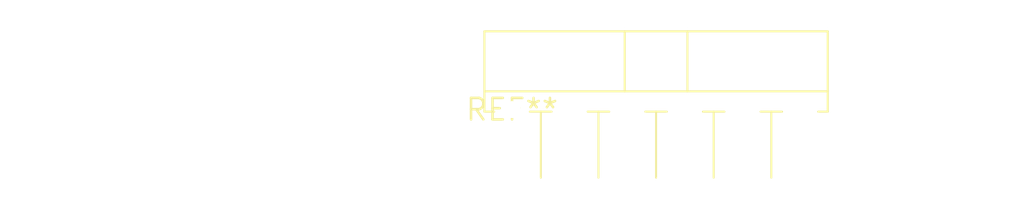
<source format=kicad_pcb>
(kicad_pcb (version 20240108) (generator pcbnew)
  (layers (0 "F.Cu" signal) (31 "B.Cu" signal) (34 "B.Paste" user) (35 "F.Paste" user) (36 "B.SilkS" user "B.Silkscreen") (37 "F.SilkS" user "F.Silkscreen") (38 "B.Mask" user) (39 "F.Mask" user) (44 "Edge.Cuts" user))
  (net 0 "")
  (footprint "TO-220F-11_P3.4x5.08mm_StaggerEven_Lead5.08mm_Vertical" (layer "F.Cu") (at 0 0)
    (property "Reference" "REF**")
    (property "Value" "TO-220F-11_P3.4x5.08mm_StaggerEven_Lead5.08mm_Vertical")
    (fp_line (start -1.63 -4.62) (end -1.63 0.121) (layer "F.SilkS") (stroke (width 0.12)))
    (fp_line (start -1.63 -4.62) (end 18.63 -4.62) (layer "F.SilkS") (stroke (width 0.12)))
    (fp_line (start -1.63 -1.08) (end 18.63 -1.08) (layer "F.SilkS") (stroke (width 0.12)))
    (fp_line (start -1.63 0.121) (end -1.05 0.121) (layer "F.SilkS") (stroke (width 0.12)))
    (fp_line (start 1.05 0.121) (end 2.335 0.121) (layer "F.SilkS") (stroke (width 0.12)))
    (fp_line (start 1.7 0.121) (end 1.7 4.015) (layer "F.SilkS") (stroke (width 0.12)))
    (fp_line (start 4.465 0.121) (end 5.735 0.121) (layer "F.SilkS") (stroke (width 0.12)))
    (fp_line (start 5.1 0.121) (end 5.1 4.015) (layer "F.SilkS") (stroke (width 0.12)))
    (fp_line (start 6.65 -4.62) (end 6.65 -1.08) (layer "F.SilkS") (stroke (width 0.12)))
    (fp_line (start 7.865 0.121) (end 9.135 0.121) (layer "F.SilkS") (stroke (width 0.12)))
    (fp_line (start 8.5 0.121) (end 8.5 4.015) (layer "F.SilkS") (stroke (width 0.12)))
    (fp_line (start 10.35 -4.62) (end 10.35 -1.08) (layer "F.SilkS") (stroke (width 0.12)))
    (fp_line (start 11.265 0.121) (end 12.535 0.121) (layer "F.SilkS") (stroke (width 0.12)))
    (fp_line (start 11.9 0.121) (end 11.9 4.015) (layer "F.SilkS") (stroke (width 0.12)))
    (fp_line (start 14.665 0.121) (end 15.935 0.121) (layer "F.SilkS") (stroke (width 0.12)))
    (fp_line (start 15.3 0.121) (end 15.3 4.015) (layer "F.SilkS") (stroke (width 0.12)))
    (fp_line (start 18.065 0.121) (end 18.63 0.121) (layer "F.SilkS") (stroke (width 0.12)))
    (fp_line (start 18.63 -4.62) (end 18.63 0.121) (layer "F.SilkS") (stroke (width 0.12)))
    (pad "1" thru_hole rect (at 0 0) (size 1.8 1.8) (drill 1) (layers *.Cu *.Mask) (remove_unused_layers))
    (pad "2" thru_hole oval (at 1.7 5.08) (size 1.8 1.8) (drill 1) (layers *.Cu *.Mask) (remove_unused_layers))
    (pad "3" thru_hole oval (at 3.4 0) (size 1.8 1.8) (drill 1) (layers *.Cu *.Mask) (remove_unused_layers))
    (pad "4" thru_hole oval (at 5.1 5.08) (size 1.8 1.8) (drill 1) (layers *.Cu *.Mask) (remove_unused_layers))
    (pad "5" thru_hole oval (at 6.8 0) (size 1.8 1.8) (drill 1) (layers *.Cu *.Mask) (remove_unused_layers))
    (pad "6" thru_hole oval (at 8.5 5.08) (size 1.8 1.8) (drill 1) (layers *.Cu *.Mask) (remove_unused_layers))
    (pad "7" thru_hole oval (at 10.2 0) (size 1.8 1.8) (drill 1) (layers *.Cu *.Mask) (remove_unused_layers))
    (pad "8" thru_hole oval (at 11.9 5.08) (size 1.8 1.8) (drill 1) (layers *.Cu *.Mask) (remove_unused_layers))
    (pad "9" thru_hole oval (at 13.6 0) (size 1.8 1.8) (drill 1) (layers *.Cu *.Mask) (remove_unused_layers))
    (pad "10" thru_hole oval (at 15.3 5.08) (size 1.8 1.8) (drill 1) (layers *.Cu *.Mask) (remove_unused_layers))
    (pad "11" thru_hole oval (at 17 0) (size 1.8 1.8) (drill 1) (layers *.Cu *.Mask) (remove_unused_layers))
  )
)
</source>
